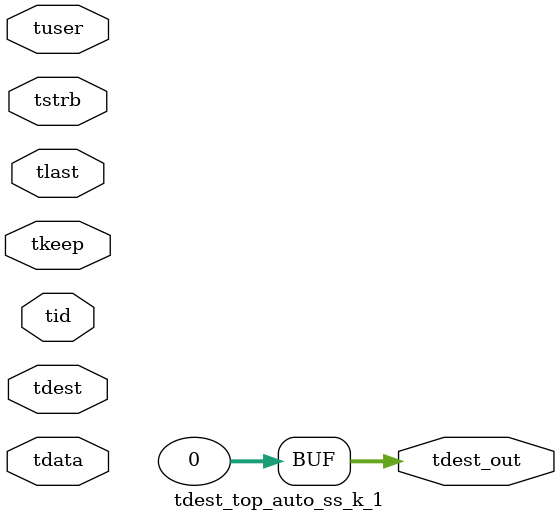
<source format=v>


`timescale 1ps/1ps

module tdest_top_auto_ss_k_1 #
(
parameter C_S_AXIS_TDATA_WIDTH = 32,
parameter C_S_AXIS_TUSER_WIDTH = 0,
parameter C_S_AXIS_TID_WIDTH   = 0,
parameter C_S_AXIS_TDEST_WIDTH = 0,
parameter C_M_AXIS_TDEST_WIDTH = 32
)
(
input  [(C_S_AXIS_TDATA_WIDTH == 0 ? 1 : C_S_AXIS_TDATA_WIDTH)-1:0     ] tdata,
input  [(C_S_AXIS_TUSER_WIDTH == 0 ? 1 : C_S_AXIS_TUSER_WIDTH)-1:0     ] tuser,
input  [(C_S_AXIS_TID_WIDTH   == 0 ? 1 : C_S_AXIS_TID_WIDTH)-1:0       ] tid,
input  [(C_S_AXIS_TDEST_WIDTH == 0 ? 1 : C_S_AXIS_TDEST_WIDTH)-1:0     ] tdest,
input  [(C_S_AXIS_TDATA_WIDTH/8)-1:0 ] tkeep,
input  [(C_S_AXIS_TDATA_WIDTH/8)-1:0 ] tstrb,
input                                                                    tlast,
output [C_M_AXIS_TDEST_WIDTH-1:0] tdest_out
);

assign tdest_out = {1'b0};

endmodule


</source>
